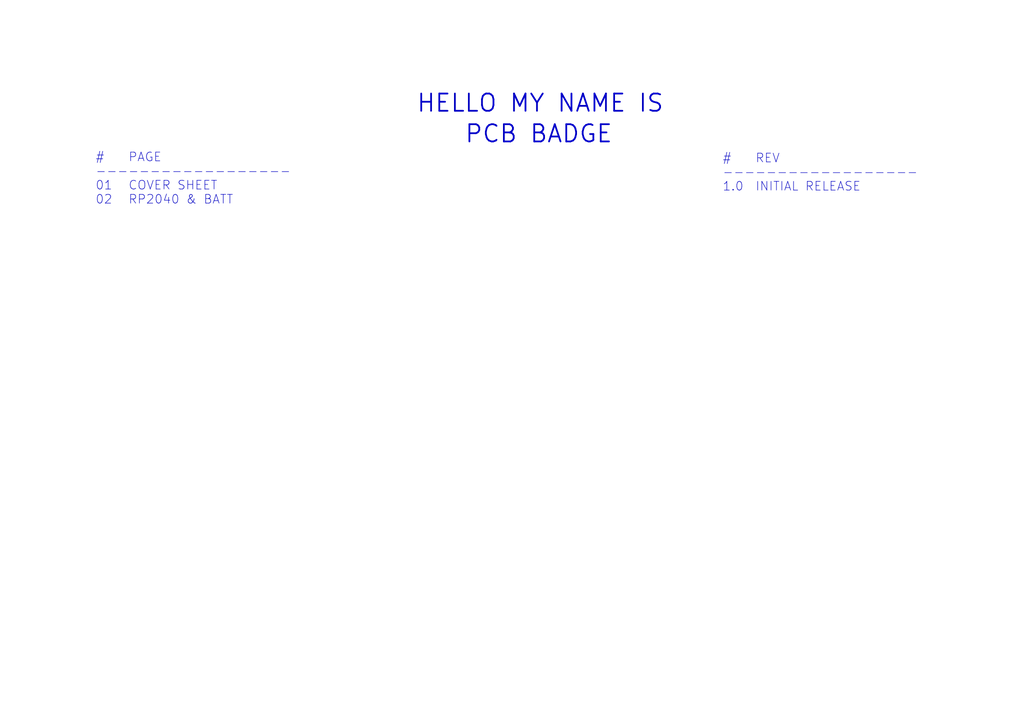
<source format=kicad_sch>
(kicad_sch (version 20211123) (generator eeschema)
  (paper "A4")
  (title_block (title "Hello it's meeeeeeeeee") (date "2022-04-12"))
  (lib_symbols)
  (text "#	REV	\n------------------\n1.0	INITIAL RELEASE\n		" (at 209.4992 59.7916 0) (effects (font (size 2.54 2.54)) (justify left bottom)))
  (text "HELLO MY NAME IS\n" (at 120.65 33.02 0) (effects (font (size 5 5) (thickness 0.508) bold) (justify left bottom)))
  (text "PCB BADGE\n" (at 134.62 41.91 0) (effects (font (size 5 5) (thickness 0.508) bold) (justify left bottom)))
  (text "#	PAGE\n------------------\n01	COVER SHEET\n02	RP2040 & BATT" (at 27.6352 59.4868 0) (effects (font (size 2.54 2.54)) (justify left bottom)))
  (sheet (at -31.75 13.97) (size 25.4 12.7) (stroke (width 0.1524))
    (property "Sheet name" "PAGE2" (at -31.75 13.2584 0) (effects (justify left bottom)))
    (property "Sheet file" "page2.kicad_sch" (at -31.75 27.2546 0) (effects (justify left top)))
  )
)
</source>
